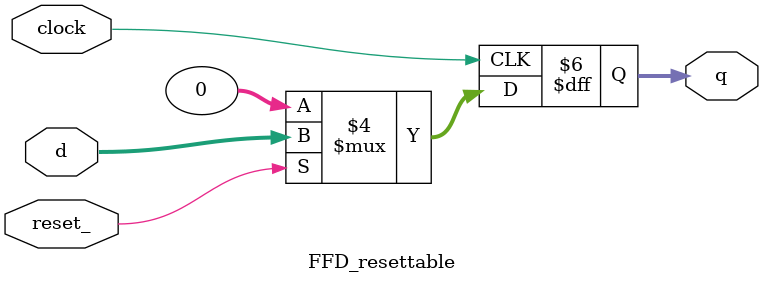
<source format=v>
module FFD_resettable(clock, reset_, d, q);
   parameter WIDTH = 32;
   input  [WIDTH-1:0] d;
   input clock, reset_;
   output [WIDTH-1:0] q;
   reg [WIDTH-1:0] q;
   always @(posedge clock)
      #1.2 if (!reset_) q <= 0;
      else q <= d;
endmodule

</source>
